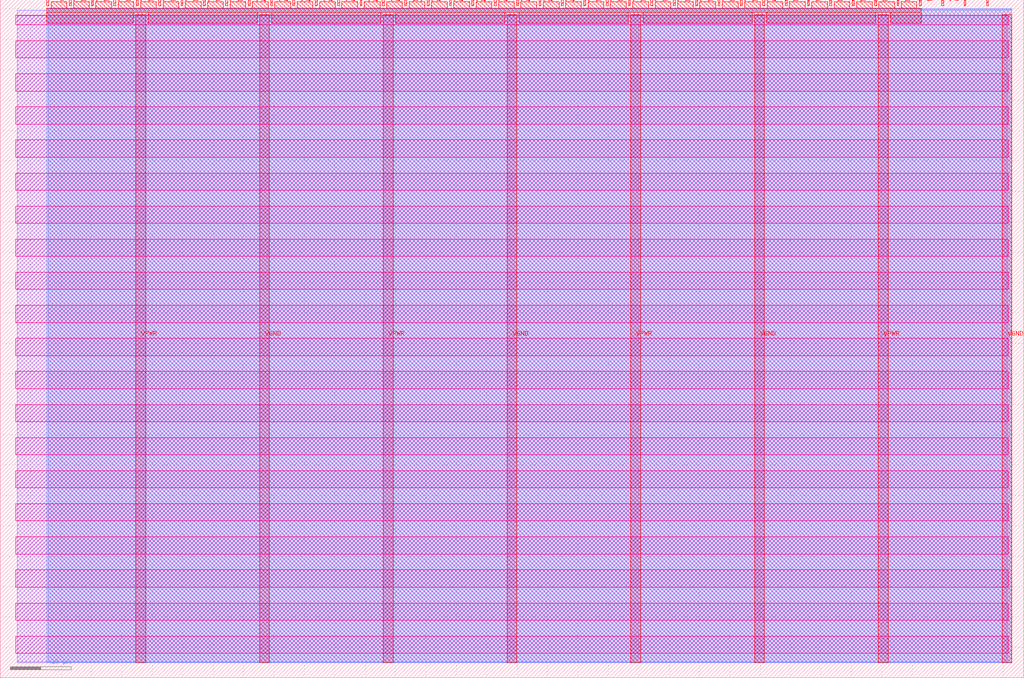
<source format=lef>
VERSION 5.7 ;
  NOWIREEXTENSIONATPIN ON ;
  DIVIDERCHAR "/" ;
  BUSBITCHARS "[]" ;
MACRO tt_um_testfoo
  CLASS BLOCK ;
  FOREIGN tt_um_testfoo ;
  ORIGIN 0.000 0.000 ;
  SIZE 168.360 BY 111.520 ;
  PIN VGND
    DIRECTION INOUT ;
    USE GROUND ;
    PORT
      LAYER met4 ;
        RECT 42.670 2.480 44.270 109.040 ;
    END
    PORT
      LAYER met4 ;
        RECT 83.380 2.480 84.980 109.040 ;
    END
    PORT
      LAYER met4 ;
        RECT 124.090 2.480 125.690 109.040 ;
    END
    PORT
      LAYER met4 ;
        RECT 164.800 2.480 166.400 109.040 ;
    END
  END VGND
  PIN VPWR
    DIRECTION INOUT ;
    USE POWER ;
    PORT
      LAYER met4 ;
        RECT 22.315 2.480 23.915 109.040 ;
    END
    PORT
      LAYER met4 ;
        RECT 63.025 2.480 64.625 109.040 ;
    END
    PORT
      LAYER met4 ;
        RECT 103.735 2.480 105.335 109.040 ;
    END
    PORT
      LAYER met4 ;
        RECT 144.445 2.480 146.045 109.040 ;
    END
  END VPWR
  PIN clk
    DIRECTION INPUT ;
    USE SIGNAL ;
    PORT
      LAYER met4 ;
        RECT 158.550 110.520 158.850 111.520 ;
    END
  END clk
  PIN ena
    DIRECTION INPUT ;
    USE SIGNAL ;
    PORT
      LAYER met4 ;
        RECT 162.230 110.520 162.530 111.520 ;
    END
  END ena
  PIN rst_n
    DIRECTION INPUT ;
    USE SIGNAL ;
    PORT
      LAYER met4 ;
        RECT 154.870 110.520 155.170 111.520 ;
    END
  END rst_n
  PIN ui_in[0]
    DIRECTION INPUT ;
    USE SIGNAL ;
    ANTENNAGATEAREA 0.196500 ;
    PORT
      LAYER met4 ;
        RECT 151.190 110.520 151.490 111.520 ;
    END
  END ui_in[0]
  PIN ui_in[1]
    DIRECTION INPUT ;
    USE SIGNAL ;
    ANTENNAGATEAREA 0.196500 ;
    PORT
      LAYER met4 ;
        RECT 147.510 110.520 147.810 111.520 ;
    END
  END ui_in[1]
  PIN ui_in[2]
    DIRECTION INPUT ;
    USE SIGNAL ;
    ANTENNAGATEAREA 0.196500 ;
    PORT
      LAYER met4 ;
        RECT 143.830 110.520 144.130 111.520 ;
    END
  END ui_in[2]
  PIN ui_in[3]
    DIRECTION INPUT ;
    USE SIGNAL ;
    ANTENNAGATEAREA 0.196500 ;
    PORT
      LAYER met4 ;
        RECT 140.150 110.520 140.450 111.520 ;
    END
  END ui_in[3]
  PIN ui_in[4]
    DIRECTION INPUT ;
    USE SIGNAL ;
    ANTENNAGATEAREA 0.196500 ;
    PORT
      LAYER met4 ;
        RECT 136.470 110.520 136.770 111.520 ;
    END
  END ui_in[4]
  PIN ui_in[5]
    DIRECTION INPUT ;
    USE SIGNAL ;
    ANTENNAGATEAREA 0.196500 ;
    PORT
      LAYER met4 ;
        RECT 132.790 110.520 133.090 111.520 ;
    END
  END ui_in[5]
  PIN ui_in[6]
    DIRECTION INPUT ;
    USE SIGNAL ;
    ANTENNAGATEAREA 0.196500 ;
    PORT
      LAYER met4 ;
        RECT 129.110 110.520 129.410 111.520 ;
    END
  END ui_in[6]
  PIN ui_in[7]
    DIRECTION INPUT ;
    USE SIGNAL ;
    ANTENNAGATEAREA 0.196500 ;
    PORT
      LAYER met4 ;
        RECT 125.430 110.520 125.730 111.520 ;
    END
  END ui_in[7]
  PIN uio_in[0]
    DIRECTION INPUT ;
    USE SIGNAL ;
    PORT
      LAYER met4 ;
        RECT 121.750 110.520 122.050 111.520 ;
    END
  END uio_in[0]
  PIN uio_in[1]
    DIRECTION INPUT ;
    USE SIGNAL ;
    PORT
      LAYER met4 ;
        RECT 118.070 110.520 118.370 111.520 ;
    END
  END uio_in[1]
  PIN uio_in[2]
    DIRECTION INPUT ;
    USE SIGNAL ;
    PORT
      LAYER met4 ;
        RECT 114.390 110.520 114.690 111.520 ;
    END
  END uio_in[2]
  PIN uio_in[3]
    DIRECTION INPUT ;
    USE SIGNAL ;
    PORT
      LAYER met4 ;
        RECT 110.710 110.520 111.010 111.520 ;
    END
  END uio_in[3]
  PIN uio_in[4]
    DIRECTION INPUT ;
    USE SIGNAL ;
    PORT
      LAYER met4 ;
        RECT 107.030 110.520 107.330 111.520 ;
    END
  END uio_in[4]
  PIN uio_in[5]
    DIRECTION INPUT ;
    USE SIGNAL ;
    PORT
      LAYER met4 ;
        RECT 103.350 110.520 103.650 111.520 ;
    END
  END uio_in[5]
  PIN uio_in[6]
    DIRECTION INPUT ;
    USE SIGNAL ;
    PORT
      LAYER met4 ;
        RECT 99.670 110.520 99.970 111.520 ;
    END
  END uio_in[6]
  PIN uio_in[7]
    DIRECTION INPUT ;
    USE SIGNAL ;
    PORT
      LAYER met4 ;
        RECT 95.990 110.520 96.290 111.520 ;
    END
  END uio_in[7]
  PIN uio_oe[0]
    DIRECTION OUTPUT TRISTATE ;
    USE SIGNAL ;
    PORT
      LAYER met4 ;
        RECT 33.430 110.520 33.730 111.520 ;
    END
  END uio_oe[0]
  PIN uio_oe[1]
    DIRECTION OUTPUT TRISTATE ;
    USE SIGNAL ;
    PORT
      LAYER met4 ;
        RECT 29.750 110.520 30.050 111.520 ;
    END
  END uio_oe[1]
  PIN uio_oe[2]
    DIRECTION OUTPUT TRISTATE ;
    USE SIGNAL ;
    PORT
      LAYER met4 ;
        RECT 26.070 110.520 26.370 111.520 ;
    END
  END uio_oe[2]
  PIN uio_oe[3]
    DIRECTION OUTPUT TRISTATE ;
    USE SIGNAL ;
    PORT
      LAYER met4 ;
        RECT 22.390 110.520 22.690 111.520 ;
    END
  END uio_oe[3]
  PIN uio_oe[4]
    DIRECTION OUTPUT TRISTATE ;
    USE SIGNAL ;
    PORT
      LAYER met4 ;
        RECT 18.710 110.520 19.010 111.520 ;
    END
  END uio_oe[4]
  PIN uio_oe[5]
    DIRECTION OUTPUT TRISTATE ;
    USE SIGNAL ;
    PORT
      LAYER met4 ;
        RECT 15.030 110.520 15.330 111.520 ;
    END
  END uio_oe[5]
  PIN uio_oe[6]
    DIRECTION OUTPUT TRISTATE ;
    USE SIGNAL ;
    PORT
      LAYER met4 ;
        RECT 11.350 110.520 11.650 111.520 ;
    END
  END uio_oe[6]
  PIN uio_oe[7]
    DIRECTION OUTPUT TRISTATE ;
    USE SIGNAL ;
    PORT
      LAYER met4 ;
        RECT 7.670 110.520 7.970 111.520 ;
    END
  END uio_oe[7]
  PIN uio_out[0]
    DIRECTION OUTPUT TRISTATE ;
    USE SIGNAL ;
    PORT
      LAYER met4 ;
        RECT 62.870 110.520 63.170 111.520 ;
    END
  END uio_out[0]
  PIN uio_out[1]
    DIRECTION OUTPUT TRISTATE ;
    USE SIGNAL ;
    PORT
      LAYER met4 ;
        RECT 59.190 110.520 59.490 111.520 ;
    END
  END uio_out[1]
  PIN uio_out[2]
    DIRECTION OUTPUT TRISTATE ;
    USE SIGNAL ;
    PORT
      LAYER met4 ;
        RECT 55.510 110.520 55.810 111.520 ;
    END
  END uio_out[2]
  PIN uio_out[3]
    DIRECTION OUTPUT TRISTATE ;
    USE SIGNAL ;
    PORT
      LAYER met4 ;
        RECT 51.830 110.520 52.130 111.520 ;
    END
  END uio_out[3]
  PIN uio_out[4]
    DIRECTION OUTPUT TRISTATE ;
    USE SIGNAL ;
    PORT
      LAYER met4 ;
        RECT 48.150 110.520 48.450 111.520 ;
    END
  END uio_out[4]
  PIN uio_out[5]
    DIRECTION OUTPUT TRISTATE ;
    USE SIGNAL ;
    PORT
      LAYER met4 ;
        RECT 44.470 110.520 44.770 111.520 ;
    END
  END uio_out[5]
  PIN uio_out[6]
    DIRECTION OUTPUT TRISTATE ;
    USE SIGNAL ;
    PORT
      LAYER met4 ;
        RECT 40.790 110.520 41.090 111.520 ;
    END
  END uio_out[6]
  PIN uio_out[7]
    DIRECTION OUTPUT TRISTATE ;
    USE SIGNAL ;
    PORT
      LAYER met4 ;
        RECT 37.110 110.520 37.410 111.520 ;
    END
  END uio_out[7]
  PIN uo_out[0]
    DIRECTION OUTPUT TRISTATE ;
    USE SIGNAL ;
    ANTENNADIFFAREA 0.795200 ;
    PORT
      LAYER met4 ;
        RECT 92.310 110.520 92.610 111.520 ;
    END
  END uo_out[0]
  PIN uo_out[1]
    DIRECTION OUTPUT TRISTATE ;
    USE SIGNAL ;
    ANTENNADIFFAREA 0.795200 ;
    PORT
      LAYER met4 ;
        RECT 88.630 110.520 88.930 111.520 ;
    END
  END uo_out[1]
  PIN uo_out[2]
    DIRECTION OUTPUT TRISTATE ;
    USE SIGNAL ;
    ANTENNADIFFAREA 0.445500 ;
    PORT
      LAYER met4 ;
        RECT 84.950 110.520 85.250 111.520 ;
    END
  END uo_out[2]
  PIN uo_out[3]
    DIRECTION OUTPUT TRISTATE ;
    USE SIGNAL ;
    ANTENNADIFFAREA 0.795200 ;
    PORT
      LAYER met4 ;
        RECT 81.270 110.520 81.570 111.520 ;
    END
  END uo_out[3]
  PIN uo_out[4]
    DIRECTION OUTPUT TRISTATE ;
    USE SIGNAL ;
    ANTENNADIFFAREA 0.795200 ;
    PORT
      LAYER met4 ;
        RECT 77.590 110.520 77.890 111.520 ;
    END
  END uo_out[4]
  PIN uo_out[5]
    DIRECTION OUTPUT TRISTATE ;
    USE SIGNAL ;
    ANTENNADIFFAREA 0.795200 ;
    PORT
      LAYER met4 ;
        RECT 73.910 110.520 74.210 111.520 ;
    END
  END uo_out[5]
  PIN uo_out[6]
    DIRECTION OUTPUT TRISTATE ;
    USE SIGNAL ;
    ANTENNADIFFAREA 0.795200 ;
    PORT
      LAYER met4 ;
        RECT 70.230 110.520 70.530 111.520 ;
    END
  END uo_out[6]
  PIN uo_out[7]
    DIRECTION OUTPUT TRISTATE ;
    USE SIGNAL ;
    ANTENNADIFFAREA 0.795200 ;
    PORT
      LAYER met4 ;
        RECT 66.550 110.520 66.850 111.520 ;
    END
  END uo_out[7]
  OBS
      LAYER nwell ;
        RECT 2.570 107.385 165.790 108.990 ;
        RECT 2.570 101.945 165.790 104.775 ;
        RECT 2.570 96.505 165.790 99.335 ;
        RECT 2.570 91.065 165.790 93.895 ;
        RECT 2.570 85.625 165.790 88.455 ;
        RECT 2.570 80.185 165.790 83.015 ;
        RECT 2.570 74.745 165.790 77.575 ;
        RECT 2.570 69.305 165.790 72.135 ;
        RECT 2.570 63.865 165.790 66.695 ;
        RECT 2.570 58.425 165.790 61.255 ;
        RECT 2.570 52.985 165.790 55.815 ;
        RECT 2.570 47.545 165.790 50.375 ;
        RECT 2.570 42.105 165.790 44.935 ;
        RECT 2.570 36.665 165.790 39.495 ;
        RECT 2.570 31.225 165.790 34.055 ;
        RECT 2.570 25.785 165.790 28.615 ;
        RECT 2.570 20.345 165.790 23.175 ;
        RECT 2.570 14.905 165.790 17.735 ;
        RECT 2.570 9.465 165.790 12.295 ;
        RECT 2.570 4.025 165.790 6.855 ;
      LAYER li1 ;
        RECT 2.760 2.635 165.600 108.885 ;
      LAYER met1 ;
        RECT 2.760 2.480 166.400 109.780 ;
      LAYER met2 ;
        RECT 7.910 2.535 166.370 110.005 ;
      LAYER met3 ;
        RECT 7.630 2.555 166.390 109.985 ;
      LAYER met4 ;
        RECT 8.370 110.120 10.950 111.170 ;
        RECT 12.050 110.120 14.630 111.170 ;
        RECT 15.730 110.120 18.310 111.170 ;
        RECT 19.410 110.120 21.990 111.170 ;
        RECT 23.090 110.120 25.670 111.170 ;
        RECT 26.770 110.120 29.350 111.170 ;
        RECT 30.450 110.120 33.030 111.170 ;
        RECT 34.130 110.120 36.710 111.170 ;
        RECT 37.810 110.120 40.390 111.170 ;
        RECT 41.490 110.120 44.070 111.170 ;
        RECT 45.170 110.120 47.750 111.170 ;
        RECT 48.850 110.120 51.430 111.170 ;
        RECT 52.530 110.120 55.110 111.170 ;
        RECT 56.210 110.120 58.790 111.170 ;
        RECT 59.890 110.120 62.470 111.170 ;
        RECT 63.570 110.120 66.150 111.170 ;
        RECT 67.250 110.120 69.830 111.170 ;
        RECT 70.930 110.120 73.510 111.170 ;
        RECT 74.610 110.120 77.190 111.170 ;
        RECT 78.290 110.120 80.870 111.170 ;
        RECT 81.970 110.120 84.550 111.170 ;
        RECT 85.650 110.120 88.230 111.170 ;
        RECT 89.330 110.120 91.910 111.170 ;
        RECT 93.010 110.120 95.590 111.170 ;
        RECT 96.690 110.120 99.270 111.170 ;
        RECT 100.370 110.120 102.950 111.170 ;
        RECT 104.050 110.120 106.630 111.170 ;
        RECT 107.730 110.120 110.310 111.170 ;
        RECT 111.410 110.120 113.990 111.170 ;
        RECT 115.090 110.120 117.670 111.170 ;
        RECT 118.770 110.120 121.350 111.170 ;
        RECT 122.450 110.120 125.030 111.170 ;
        RECT 126.130 110.120 128.710 111.170 ;
        RECT 129.810 110.120 132.390 111.170 ;
        RECT 133.490 110.120 136.070 111.170 ;
        RECT 137.170 110.120 139.750 111.170 ;
        RECT 140.850 110.120 143.430 111.170 ;
        RECT 144.530 110.120 147.110 111.170 ;
        RECT 148.210 110.120 150.790 111.170 ;
        RECT 7.655 109.440 151.505 110.120 ;
        RECT 7.655 107.615 21.915 109.440 ;
        RECT 24.315 107.615 42.270 109.440 ;
        RECT 44.670 107.615 62.625 109.440 ;
        RECT 65.025 107.615 82.980 109.440 ;
        RECT 85.380 107.615 103.335 109.440 ;
        RECT 105.735 107.615 123.690 109.440 ;
        RECT 126.090 107.615 144.045 109.440 ;
        RECT 146.445 107.615 151.505 109.440 ;
  END
END tt_um_testfoo
END LIBRARY


</source>
